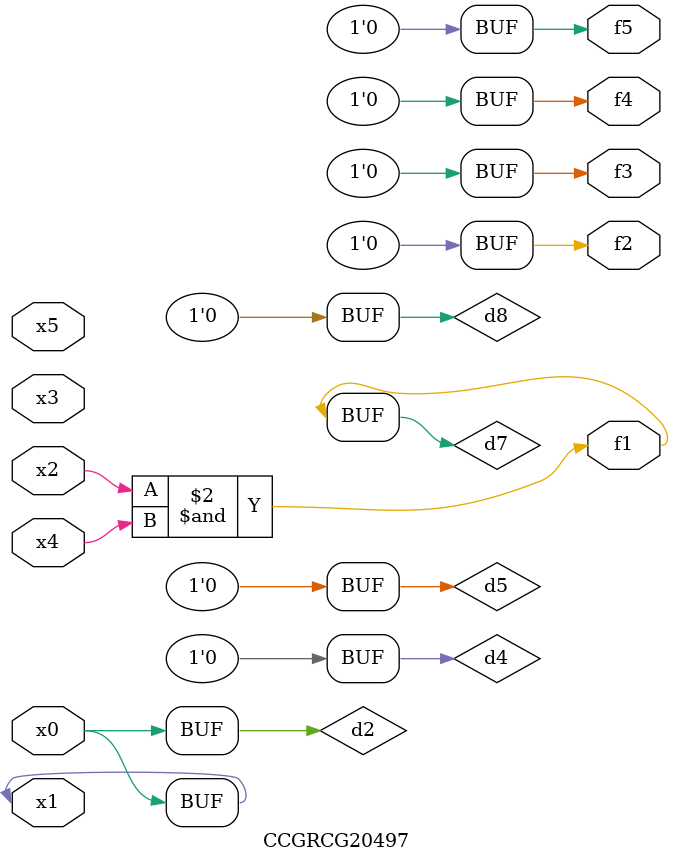
<source format=v>
module CCGRCG20497(
	input x0, x1, x2, x3, x4, x5,
	output f1, f2, f3, f4, f5
);

	wire d1, d2, d3, d4, d5, d6, d7, d8, d9;

	nand (d1, x1);
	buf (d2, x0, x1);
	nand (d3, x2, x4);
	and (d4, d1, d2);
	and (d5, d1, d2);
	nand (d6, d1, d3);
	not (d7, d3);
	xor (d8, d5);
	nor (d9, d5, d6);
	assign f1 = d7;
	assign f2 = d8;
	assign f3 = d8;
	assign f4 = d8;
	assign f5 = d8;
endmodule

</source>
